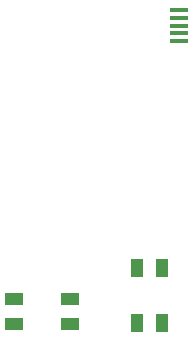
<source format=gbr>
G04 #@! TF.GenerationSoftware,KiCad,Pcbnew,(5.1.4)-1*
G04 #@! TF.CreationDate,2022-02-10T12:30:50+01:00*
G04 #@! TF.ProjectId,UP1-Progger,5550312d-5072-46f6-9767-65722e6b6963,V00.10*
G04 #@! TF.SameCoordinates,Original*
G04 #@! TF.FileFunction,Paste,Top*
G04 #@! TF.FilePolarity,Positive*
%FSLAX46Y46*%
G04 Gerber Fmt 4.6, Leading zero omitted, Abs format (unit mm)*
G04 Created by KiCad (PCBNEW (5.1.4)-1) date 2022-02-10 12:30:50*
%MOMM*%
%LPD*%
G04 APERTURE LIST*
%ADD10R,1.600000X1.050000*%
%ADD11R,1.050000X1.600000*%
%ADD12R,1.600000X0.400000*%
G04 APERTURE END LIST*
D10*
X103721400Y-124731200D03*
X103721400Y-126881200D03*
X99021400Y-124731200D03*
X99021400Y-126881200D03*
D11*
X109415000Y-122110000D03*
X111565000Y-122110000D03*
X109415000Y-126810000D03*
X111565000Y-126810000D03*
D12*
X112960000Y-101600000D03*
X112960000Y-102250000D03*
X112960000Y-102900000D03*
X112960000Y-100300000D03*
X112960000Y-100950000D03*
M02*

</source>
